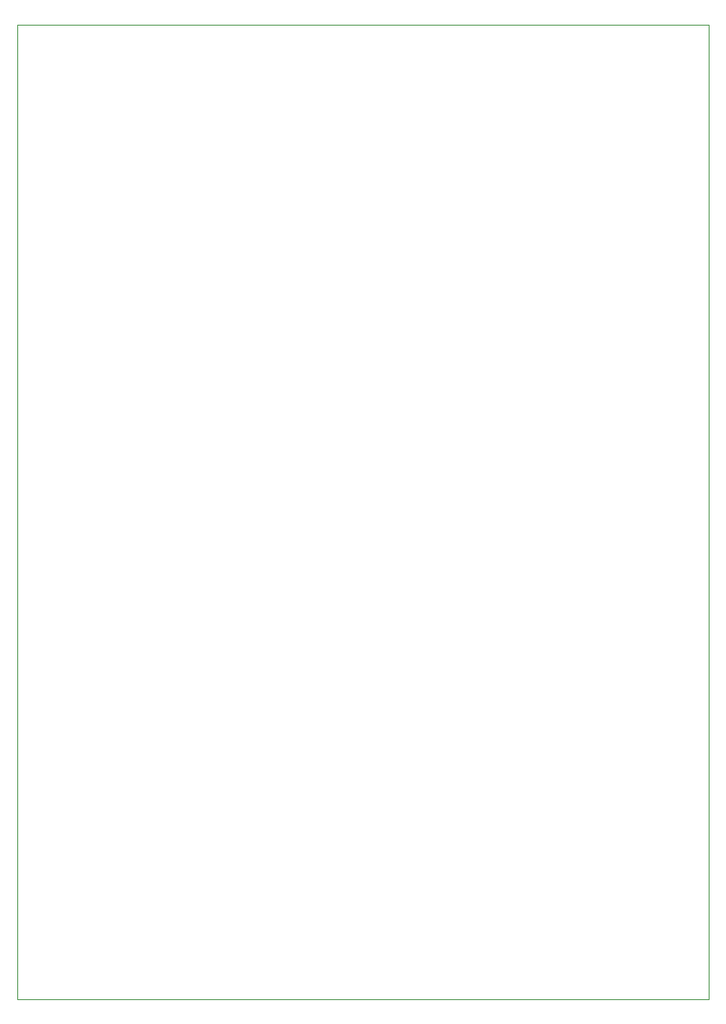
<source format=gbr>
%TF.GenerationSoftware,KiCad,Pcbnew,8.0.8*%
%TF.CreationDate,2025-07-25T09:34:49+01:00*%
%TF.ProjectId,oscar_components,6f736361-725f-4636-9f6d-706f6e656e74,rev?*%
%TF.SameCoordinates,Original*%
%TF.FileFunction,Profile,NP*%
%FSLAX46Y46*%
G04 Gerber Fmt 4.6, Leading zero omitted, Abs format (unit mm)*
G04 Created by KiCad (PCBNEW 8.0.8) date 2025-07-25 09:34:49*
%MOMM*%
%LPD*%
G01*
G04 APERTURE LIST*
%TA.AperFunction,Profile*%
%ADD10C,0.050000*%
%TD*%
G04 APERTURE END LIST*
D10*
X100000000Y-50000000D02*
X171000000Y-50000000D01*
X171000000Y-150000000D01*
X100000000Y-150000000D01*
X100000000Y-50000000D01*
M02*

</source>
